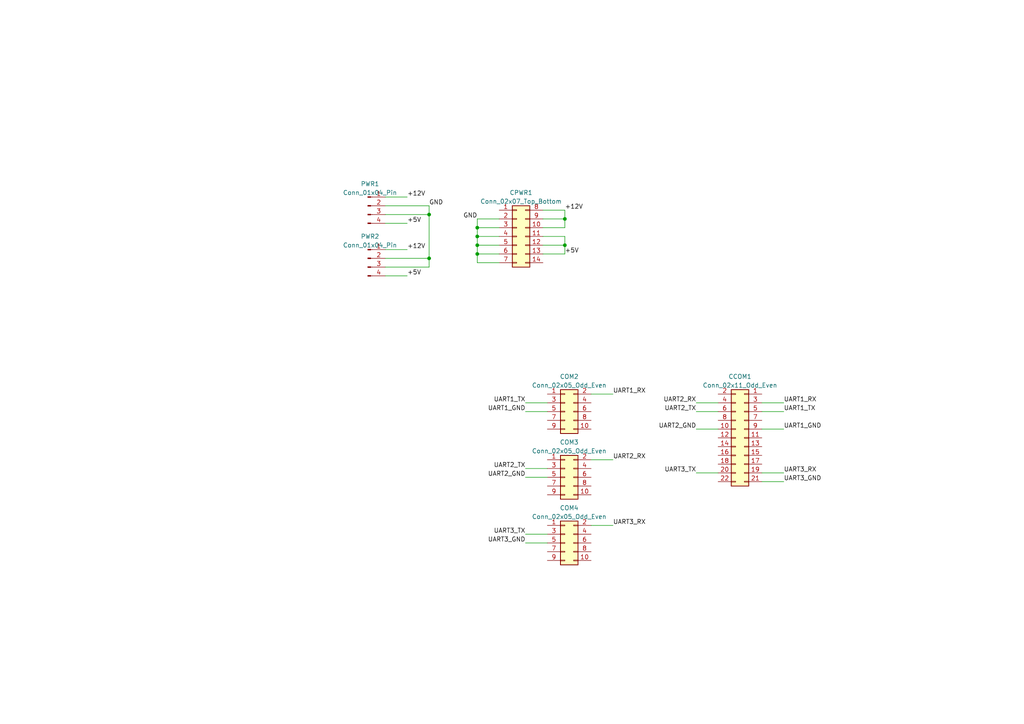
<source format=kicad_sch>
(kicad_sch (version 20230121) (generator eeschema)
  (paper "A4")
  (lib_symbols
    (symbol "Connector:Conn_01x04_Pin" (pin_names (offset 1.016) hide)
      (property "Reference" "J" (at 0 5.08 0))
      (property "Value" "Conn_01x04_Pin" (at 0 -7.62 0))
      (symbol "Conn_01x04_Pin_1_1"
        (polyline (pts (xy 1.27 -5.08) (xy 0.8636 -5.08)) (stroke (width 0.1524)))
        (polyline (pts (xy 1.27 -2.54) (xy 0.8636 -2.54)) (stroke (width 0.1524)))
        (polyline (pts (xy 1.27 0) (xy 0.8636 0)) (stroke (width 0.1524)))
        (polyline (pts (xy 1.27 2.54) (xy 0.8636 2.54)) (stroke (width 0.1524)))
        (rectangle (start 0.8636 -4.953) (end 0 -5.207) (stroke (width 0.1524)) (fill (type outline)))
        (rectangle (start 0.8636 -2.413) (end 0 -2.667) (stroke (width 0.1524)) (fill (type outline)))
        (rectangle (start 0.8636 0.127) (end 0 -0.127) (stroke (width 0.1524)) (fill (type outline)))
        (rectangle (start 0.8636 2.667) (end 0 2.413) (stroke (width 0.1524)) (fill (type outline)))
        (pin passive line (at 5.08 2.54 180) (length 3.81) (name "Pin_1") (number "1"))
        (pin passive line (at 5.08 0 180) (length 3.81) (name "Pin_2") (number "2"))
        (pin passive line (at 5.08 -2.54 180) (length 3.81) (name "Pin_3") (number "3"))
        (pin passive line (at 5.08 -5.08 180) (length 3.81) (name "Pin_4") (number "4"))
      )
    )
    (symbol "Connector_Generic:Conn_02x05_Odd_Even" (pin_names (offset 1.016) hide)
      (property "Reference" "J" (at 1.27 7.62 0))
      (property "Value" "Conn_02x05_Odd_Even" (at 1.27 -7.62 0))
      (symbol "Conn_02x05_Odd_Even_1_1"
        (rectangle (start -1.27 -4.953) (end 0 -5.207) (stroke (width 0.1524)))
        (rectangle (start -1.27 -2.413) (end 0 -2.667) (stroke (width 0.1524)))
        (rectangle (start -1.27 0.127) (end 0 -0.127) (stroke (width 0.1524)))
        (rectangle (start -1.27 2.667) (end 0 2.413) (stroke (width 0.1524)))
        (rectangle (start -1.27 5.207) (end 0 4.953) (stroke (width 0.1524)))
        (rectangle (start -1.27 6.35) (end 3.81 -6.35) (stroke (width 0.254)) (fill (type background)))
        (rectangle (start 3.81 -4.953) (end 2.54 -5.207) (stroke (width 0.1524)))
        (rectangle (start 3.81 -2.413) (end 2.54 -2.667) (stroke (width 0.1524)))
        (rectangle (start 3.81 0.127) (end 2.54 -0.127) (stroke (width 0.1524)))
        (rectangle (start 3.81 2.667) (end 2.54 2.413) (stroke (width 0.1524)))
        (rectangle (start 3.81 5.207) (end 2.54 4.953) (stroke (width 0.1524)))
        (pin passive line (at -5.08 5.08 0) (length 3.81) (name "Pin_1") (number "1"))
        (pin passive line (at 7.62 -5.08 180) (length 3.81) (name "Pin_10") (number "10"))
        (pin passive line (at 7.62 5.08 180) (length 3.81) (name "Pin_2") (number "2"))
        (pin passive line (at -5.08 2.54 0) (length 3.81) (name "Pin_3") (number "3"))
        (pin passive line (at 7.62 2.54 180) (length 3.81) (name "Pin_4") (number "4"))
        (pin passive line (at -5.08 0 0) (length 3.81) (name "Pin_5") (number "5"))
        (pin passive line (at 7.62 0 180) (length 3.81) (name "Pin_6") (number "6"))
        (pin passive line (at -5.08 -2.54 0) (length 3.81) (name "Pin_7") (number "7"))
        (pin passive line (at 7.62 -2.54 180) (length 3.81) (name "Pin_8") (number "8"))
        (pin passive line (at -5.08 -5.08 0) (length 3.81) (name "Pin_9") (number "9"))
      )
    )
    (symbol "Connector_Generic:Conn_02x07_Top_Bottom" (pin_names (offset 1.016) hide)
      (property "Reference" "J" (at 1.27 10.16 0))
      (property "Value" "Conn_02x07_Top_Bottom" (at 1.27 -10.16 0))
      (symbol "Conn_02x07_Top_Bottom_1_1"
        (rectangle (start -1.27 -7.493) (end 0 -7.747) (stroke (width 0.1524)))
        (rectangle (start -1.27 -4.953) (end 0 -5.207) (stroke (width 0.1524)))
        (rectangle (start -1.27 -2.413) (end 0 -2.667) (stroke (width 0.1524)))
        (rectangle (start -1.27 0.127) (end 0 -0.127) (stroke (width 0.1524)))
        (rectangle (start -1.27 2.667) (end 0 2.413) (stroke (width 0.1524)))
        (rectangle (start -1.27 5.207) (end 0 4.953) (stroke (width 0.1524)))
        (rectangle (start -1.27 7.747) (end 0 7.493) (stroke (width 0.1524)))
        (rectangle (start -1.27 8.89) (end 3.81 -8.89) (stroke (width 0.254)) (fill (type background)))
        (rectangle (start 3.81 -7.493) (end 2.54 -7.747) (stroke (width 0.1524)))
        (rectangle (start 3.81 -4.953) (end 2.54 -5.207) (stroke (width 0.1524)))
        (rectangle (start 3.81 -2.413) (end 2.54 -2.667) (stroke (width 0.1524)))
        (rectangle (start 3.81 0.127) (end 2.54 -0.127) (stroke (width 0.1524)))
        (rectangle (start 3.81 2.667) (end 2.54 2.413) (stroke (width 0.1524)))
        (rectangle (start 3.81 5.207) (end 2.54 4.953) (stroke (width 0.1524)))
        (rectangle (start 3.81 7.747) (end 2.54 7.493) (stroke (width 0.1524)))
        (pin passive line (at -5.08 7.62 0) (length 3.81) (name "Pin_1") (number "1"))
        (pin passive line (at 7.62 2.54 180) (length 3.81) (name "Pin_10") (number "10"))
        (pin passive line (at 7.62 0 180) (length 3.81) (name "Pin_11") (number "11"))
        (pin passive line (at 7.62 -2.54 180) (length 3.81) (name "Pin_12") (number "12"))
        (pin passive line (at 7.62 -5.08 180) (length 3.81) (name "Pin_13") (number "13"))
        (pin passive line (at 7.62 -7.62 180) (length 3.81) (name "Pin_14") (number "14"))
        (pin passive line (at -5.08 5.08 0) (length 3.81) (name "Pin_2") (number "2"))
        (pin passive line (at -5.08 2.54 0) (length 3.81) (name "Pin_3") (number "3"))
        (pin passive line (at -5.08 0 0) (length 3.81) (name "Pin_4") (number "4"))
        (pin passive line (at -5.08 -2.54 0) (length 3.81) (name "Pin_5") (number "5"))
        (pin passive line (at -5.08 -5.08 0) (length 3.81) (name "Pin_6") (number "6"))
        (pin passive line (at -5.08 -7.62 0) (length 3.81) (name "Pin_7") (number "7"))
        (pin passive line (at 7.62 7.62 180) (length 3.81) (name "Pin_8") (number "8"))
        (pin passive line (at 7.62 5.08 180) (length 3.81) (name "Pin_9") (number "9"))
      )
    )
    (symbol "Connector_Generic:Conn_02x11_Odd_Even" (pin_names (offset 1.016) hide)
      (property "Reference" "J" (at 1.27 15.24 0))
      (property "Value" "Conn_02x11_Odd_Even" (at 1.27 -15.24 0))
      (symbol "Conn_02x11_Odd_Even_1_1"
        (rectangle (start -1.27 -12.573) (end 0 -12.827) (stroke (width 0.1524)))
        (rectangle (start -1.27 -10.033) (end 0 -10.287) (stroke (width 0.1524)))
        (rectangle (start -1.27 -7.493) (end 0 -7.747) (stroke (width 0.1524)))
        (rectangle (start -1.27 -4.953) (end 0 -5.207) (stroke (width 0.1524)))
        (rectangle (start -1.27 -2.413) (end 0 -2.667) (stroke (width 0.1524)))
        (rectangle (start -1.27 0.127) (end 0 -0.127) (stroke (width 0.1524)))
        (rectangle (start -1.27 2.667) (end 0 2.413) (stroke (width 0.1524)))
        (rectangle (start -1.27 5.207) (end 0 4.953) (stroke (width 0.1524)))
        (rectangle (start -1.27 7.747) (end 0 7.493) (stroke (width 0.1524)))
        (rectangle (start -1.27 10.287) (end 0 10.033) (stroke (width 0.1524)))
        (rectangle (start -1.27 12.827) (end 0 12.573) (stroke (width 0.1524)))
        (rectangle (start -1.27 13.97) (end 3.81 -13.97) (stroke (width 0.254)) (fill (type background)))
        (rectangle (start 3.81 -12.573) (end 2.54 -12.827) (stroke (width 0.1524)))
        (rectangle (start 3.81 -10.033) (end 2.54 -10.287) (stroke (width 0.1524)))
        (rectangle (start 3.81 -7.493) (end 2.54 -7.747) (stroke (width 0.1524)))
        (rectangle (start 3.81 -4.953) (end 2.54 -5.207) (stroke (width 0.1524)))
        (rectangle (start 3.81 -2.413) (end 2.54 -2.667) (stroke (width 0.1524)))
        (rectangle (start 3.81 0.127) (end 2.54 -0.127) (stroke (width 0.1524)))
        (rectangle (start 3.81 2.667) (end 2.54 2.413) (stroke (width 0.1524)))
        (rectangle (start 3.81 5.207) (end 2.54 4.953) (stroke (width 0.1524)))
        (rectangle (start 3.81 7.747) (end 2.54 7.493) (stroke (width 0.1524)))
        (rectangle (start 3.81 10.287) (end 2.54 10.033) (stroke (width 0.1524)))
        (rectangle (start 3.81 12.827) (end 2.54 12.573) (stroke (width 0.1524)))
        (pin passive line (at -5.08 12.7 0) (length 3.81) (name "Pin_1") (number "1"))
        (pin passive line (at 7.62 2.54 180) (length 3.81) (name "Pin_10") (number "10"))
        (pin passive line (at -5.08 0 0) (length 3.81) (name "Pin_11") (number "11"))
        (pin passive line (at 7.62 0 180) (length 3.81) (name "Pin_12") (number "12"))
        (pin passive line (at -5.08 -2.54 0) (length 3.81) (name "Pin_13") (number "13"))
        (pin passive line (at 7.62 -2.54 180) (length 3.81) (name "Pin_14") (number "14"))
        (pin passive line (at -5.08 -5.08 0) (length 3.81) (name "Pin_15") (number "15"))
        (pin passive line (at 7.62 -5.08 180) (length 3.81) (name "Pin_16") (number "16"))
        (pin passive line (at -5.08 -7.62 0) (length 3.81) (name "Pin_17") (number "17"))
        (pin passive line (at 7.62 -7.62 180) (length 3.81) (name "Pin_18") (number "18"))
        (pin passive line (at -5.08 -10.16 0) (length 3.81) (name "Pin_19") (number "19"))
        (pin passive line (at 7.62 12.7 180) (length 3.81) (name "Pin_2") (number "2"))
        (pin passive line (at 7.62 -10.16 180) (length 3.81) (name "Pin_20") (number "20"))
        (pin passive line (at -5.08 -12.7 0) (length 3.81) (name "Pin_21") (number "21"))
        (pin passive line (at 7.62 -12.7 180) (length 3.81) (name "Pin_22") (number "22"))
        (pin passive line (at -5.08 10.16 0) (length 3.81) (name "Pin_3") (number "3"))
        (pin passive line (at 7.62 10.16 180) (length 3.81) (name "Pin_4") (number "4"))
        (pin passive line (at -5.08 7.62 0) (length 3.81) (name "Pin_5") (number "5"))
        (pin passive line (at 7.62 7.62 180) (length 3.81) (name "Pin_6") (number "6"))
        (pin passive line (at -5.08 5.08 0) (length 3.81) (name "Pin_7") (number "7"))
        (pin passive line (at 7.62 5.08 180) (length 3.81) (name "Pin_8") (number "8"))
        (pin passive line (at -5.08 2.54 0) (length 3.81) (name "Pin_9") (number "9"))
      )
    )
  )
  (junction (at 124.46 74.93))
  (junction (at 163.83 71.12))
  (junction (at 138.43 73.66))
  (junction (at 138.43 68.58))
  (junction (at 124.46 62.23))
  (junction (at 163.83 63.5))
  (junction (at 138.43 71.12))
  (junction (at 138.43 66.04))
  (wire (pts (xy 157.48 68.58) (xy 163.83 68.58)))
  (wire (pts (xy 111.76 64.77) (xy 118.11 64.77)))
  (wire (pts (xy 111.76 59.69) (xy 124.46 59.69)))
  (wire (pts (xy 138.43 71.12) (xy 138.43 73.66)))
  (wire (pts (xy 220.98 137.16) (xy 227.33 137.16)))
  (wire (pts (xy 111.76 57.15) (xy 118.11 57.15)))
  (wire (pts (xy 157.48 66.04) (xy 163.83 66.04)))
  (wire (pts (xy 111.76 62.23) (xy 124.46 62.23)))
  (wire (pts (xy 220.98 119.38) (xy 227.33 119.38)))
  (wire (pts (xy 124.46 77.47) (xy 124.46 74.93)))
  (wire (pts (xy 201.93 119.38) (xy 208.28 119.38)))
  (wire (pts (xy 138.43 73.66) (xy 138.43 76.2)))
  (wire (pts (xy 111.76 72.39) (xy 118.11 72.39)))
  (wire (pts (xy 152.4 138.43) (xy 158.75 138.43)))
  (wire (pts (xy 138.43 73.66) (xy 144.78 73.66)))
  (wire (pts (xy 171.45 114.3) (xy 177.8 114.3)))
  (wire (pts (xy 171.45 133.35) (xy 177.8 133.35)))
  (wire (pts (xy 111.76 74.93) (xy 124.46 74.93)))
  (wire (pts (xy 152.4 157.48) (xy 158.75 157.48)))
  (wire (pts (xy 163.83 60.96) (xy 163.83 63.5)))
  (wire (pts (xy 163.83 68.58) (xy 163.83 71.12)))
  (wire (pts (xy 171.45 152.4) (xy 177.8 152.4)))
  (wire (pts (xy 152.4 135.89) (xy 158.75 135.89)))
  (wire (pts (xy 163.83 63.5) (xy 163.83 66.04)))
  (wire (pts (xy 201.93 124.46) (xy 208.28 124.46)))
  (wire (pts (xy 220.98 116.84) (xy 227.33 116.84)))
  (wire (pts (xy 201.93 137.16) (xy 208.28 137.16)))
  (wire (pts (xy 201.93 116.84) (xy 208.28 116.84)))
  (wire (pts (xy 157.48 71.12) (xy 163.83 71.12)))
  (wire (pts (xy 138.43 66.04) (xy 138.43 68.58)))
  (wire (pts (xy 111.76 77.47) (xy 124.46 77.47)))
  (wire (pts (xy 138.43 68.58) (xy 138.43 71.12)))
  (wire (pts (xy 138.43 71.12) (xy 144.78 71.12)))
  (wire (pts (xy 220.98 124.46) (xy 227.33 124.46)))
  (wire (pts (xy 152.4 119.38) (xy 158.75 119.38)))
  (wire (pts (xy 163.83 73.66) (xy 157.48 73.66)))
  (wire (pts (xy 220.98 139.7) (xy 227.33 139.7)))
  (wire (pts (xy 152.4 154.94) (xy 158.75 154.94)))
  (wire (pts (xy 111.76 80.01) (xy 118.11 80.01)))
  (wire (pts (xy 124.46 59.69) (xy 124.46 62.23)))
  (wire (pts (xy 124.46 62.23) (xy 124.46 74.93)))
  (wire (pts (xy 157.48 63.5) (xy 163.83 63.5)))
  (wire (pts (xy 138.43 66.04) (xy 144.78 66.04)))
  (wire (pts (xy 144.78 63.5) (xy 138.43 63.5)))
  (wire (pts (xy 138.43 68.58) (xy 144.78 68.58)))
  (wire (pts (xy 138.43 76.2) (xy 144.78 76.2)))
  (wire (pts (xy 163.83 71.12) (xy 163.83 73.66)))
  (wire (pts (xy 152.4 116.84) (xy 158.75 116.84)))
  (wire (pts (xy 157.48 60.96) (xy 163.83 60.96)))
  (wire (pts (xy 138.43 63.5) (xy 138.43 66.04)))
  (label "UART3_GND" (at 227.33 139.7 0))
  (label "UART3_RX" (at 227.33 137.16 0))
  (label "UART2_TX" (at 152.4 135.89 180))
  (label "UART2_RX" (at 201.93 116.84 180))
  (label "UART2_RX" (at 177.8 133.35 0))
  (label "UART3_TX" (at 152.4 154.94 180))
  (label "UART2_TX" (at 201.93 119.38 180))
  (label "+5V" (at 118.11 64.77 0))
  (label "UART1_GND" (at 227.33 124.46 0))
  (label "GND" (at 124.46 59.69 0))
  (label "+5V" (at 118.11 80.01 0))
  (label "UART3_RX" (at 177.8 152.4 0))
  (label "UART1_RX" (at 227.33 116.84 0))
  (label "GND" (at 138.43 63.5 180))
  (label "+12V" (at 118.11 72.39 0))
  (label "UART2_GND" (at 152.4 138.43 180))
  (label "UART1_RX" (at 177.8 114.3 0))
  (label "UART3_TX" (at 201.93 137.16 180))
  (label "UART3_GND" (at 152.4 157.48 180))
  (label "+12V" (at 118.11 57.15 0))
  (label "UART1_TX" (at 152.4 116.84 180))
  (label "UART1_GND" (at 152.4 119.38 180))
  (label "UART2_GND" (at 201.93 124.46 180))
  (label "+5V" (at 163.83 73.66 0))
  (label "+12V" (at 163.83 60.96 0))
  (label "UART1_TX" (at 227.33 119.38 0))
  (symbol (lib_id "Connector:Conn_01x04_Pin") (at 106.68 59.69 0) (unit 1)
    (property "Reference" "PWR1" (at 107.315 53.34 0))
    (property "Value" "Conn_01x04_Pin" (at 107.315 55.88 0))
    (property "Footprint" "Connector_TE-Connectivity:TE_MATE-N-LOK_350211-1_1x04_P5.08mm_Vertical" (effects hide))
  )
  (symbol (lib_id "Connector_Generic:Conn_02x07_Top_Bottom") (at 149.86 68.58 0) (unit 1)
    (property "Reference" "CPWR1" (at 151.13 55.88 0))
    (property "Value" "Conn_02x07_Top_Bottom" (at 151.13 58.42 0))
    (property "Footprint" "Connector_Molex:Molex_Mini-Fit_Jr_5566-14A_2x07_P4.20mm_Vertical" (effects hide))
  )
  (symbol (lib_id "Connector_Generic:Conn_02x05_Odd_Even") (at 163.83 138.43 0) (unit 1)
    (property "Reference" "COM3" (at 165.1 128.27 0))
    (property "Value" "Conn_02x05_Odd_Even" (at 165.1 130.81 0))
    (property "Footprint" "Connector_IDC:IDC-Header_2x05_P2.54mm_Vertical" (effects hide))
  )
  (symbol (lib_id "Connector_Generic:Conn_02x11_Odd_Even") (at 215.9 127 0) (mirror y) (unit 1)
    (property "Reference" "CCOM1" (at 214.63 109.22 0))
    (property "Value" "Conn_02x11_Odd_Even" (at 214.63 111.76 0))
    (property "Footprint" "Connector_JST:JST_XAD_B22B-XADSS-1_2x11_P2.50mm_Vertical" (effects hide))
  )
  (symbol (lib_id "Connector_Generic:Conn_02x05_Odd_Even") (at 163.83 119.38 0) (unit 1)
    (property "Reference" "COM2" (at 165.1 109.22 0))
    (property "Value" "Conn_02x05_Odd_Even" (at 165.1 111.76 0))
    (property "Footprint" "Connector_IDC:IDC-Header_2x05_P2.54mm_Vertical" (effects hide))
  )
  (symbol (lib_id "Connector:Conn_01x04_Pin") (at 106.68 74.93 0) (unit 1)
    (property "Reference" "PWR2" (at 107.315 68.58 0))
    (property "Value" "Conn_01x04_Pin" (at 107.315 71.12 0))
    (property "Footprint" "Connector_TE-Connectivity:TE_MATE-N-LOK_350211-1_1x04_P5.08mm_Vertical" (effects hide))
  )
  (symbol (lib_id "Connector_Generic:Conn_02x05_Odd_Even") (at 163.83 157.48 0) (unit 1)
    (property "Reference" "COM4" (at 165.1 147.32 0))
    (property "Value" "Conn_02x05_Odd_Even" (at 165.1 149.86 0))
    (property "Footprint" "Connector_IDC:IDC-Header_2x05_P2.54mm_Vertical" (effects hide))
  )
)
</source>
